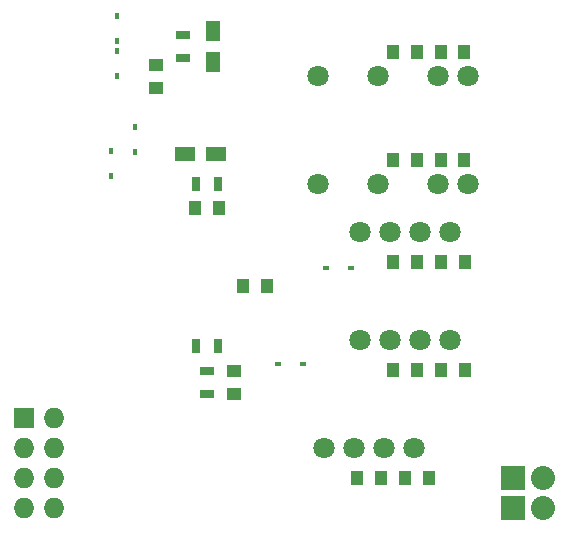
<source format=gbs>
G04 #@! TF.FileFunction,Soldermask,Bot*
%FSLAX46Y46*%
G04 Gerber Fmt 4.6, Leading zero omitted, Abs format (unit mm)*
G04 Created by KiCad (PCBNEW 4.0.1-3.201512221402+6198~38~ubuntu14.04.1-stable) date Wed 03 Feb 2016 12:10:06 GMT*
%MOMM*%
G01*
G04 APERTURE LIST*
%ADD10C,0.100000*%
%ADD11R,1.000000X1.250000*%
%ADD12R,1.800000X1.230000*%
%ADD13R,1.230000X1.800000*%
%ADD14C,1.800000*%
%ADD15R,0.700000X1.300000*%
%ADD16R,1.300000X0.700000*%
%ADD17R,2.032000X2.032000*%
%ADD18O,2.032000X2.032000*%
%ADD19R,1.727200X1.727200*%
%ADD20O,1.727200X1.727200*%
%ADD21R,0.590000X0.450000*%
%ADD22R,1.250000X1.000000*%
%ADD23R,0.450000X0.590000*%
G04 APERTURE END LIST*
D10*
D11*
X132096000Y-145288000D03*
X134096000Y-145288000D03*
X135144000Y-127000000D03*
X137144000Y-127000000D03*
X135144000Y-136144000D03*
X137144000Y-136144000D03*
X135144000Y-118364000D03*
X137144000Y-118364000D03*
X135144000Y-109220000D03*
X137144000Y-109220000D03*
D12*
X120182000Y-117856000D03*
X117562000Y-117856000D03*
D13*
X119888000Y-110022000D03*
X119888000Y-107402000D03*
D14*
X131826000Y-142748000D03*
X129286000Y-142748000D03*
X134366000Y-142748000D03*
X136906000Y-142748000D03*
X134874000Y-124460000D03*
X132334000Y-124460000D03*
X137414000Y-124460000D03*
X139954000Y-124460000D03*
X134874000Y-133604000D03*
X132334000Y-133604000D03*
X137414000Y-133604000D03*
X139954000Y-133604000D03*
X141478000Y-120396000D03*
X138938000Y-120396000D03*
X133858000Y-120396000D03*
X128778000Y-120396000D03*
X141478000Y-111252000D03*
X138938000Y-111252000D03*
X133858000Y-111252000D03*
X128778000Y-111252000D03*
D15*
X118430000Y-120396000D03*
X120330000Y-120396000D03*
D16*
X117348000Y-107762000D03*
X117348000Y-109662000D03*
D15*
X120330000Y-134112000D03*
X118430000Y-134112000D03*
D16*
X119380000Y-136210000D03*
X119380000Y-138110000D03*
D17*
X145288000Y-147828000D03*
D18*
X147828000Y-147828000D03*
D19*
X103886000Y-140208000D03*
D20*
X106426000Y-140208000D03*
X103886000Y-142748000D03*
X106426000Y-142748000D03*
X103886000Y-145288000D03*
X106426000Y-145288000D03*
X103886000Y-147828000D03*
X106426000Y-147828000D03*
D17*
X145288000Y-145288000D03*
D18*
X147828000Y-145288000D03*
D21*
X125437000Y-135636000D03*
X127547000Y-135636000D03*
X129501000Y-127508000D03*
X131611000Y-127508000D03*
D11*
X136160000Y-145288000D03*
X138160000Y-145288000D03*
X139224000Y-127000000D03*
X141224000Y-127000000D03*
X139224000Y-136144000D03*
X141224000Y-136144000D03*
X141192000Y-118364000D03*
X139192000Y-118364000D03*
X141192000Y-109220000D03*
X139192000Y-109220000D03*
X122460000Y-129032000D03*
X124460000Y-129032000D03*
D22*
X121666000Y-136176000D03*
X121666000Y-138176000D03*
D11*
X118396000Y-122428000D03*
X120396000Y-122428000D03*
D22*
X115062000Y-110268000D03*
X115062000Y-112268000D03*
D23*
X113284000Y-115531000D03*
X113284000Y-117641000D03*
X111760000Y-106133000D03*
X111760000Y-108243000D03*
X111252000Y-117563000D03*
X111252000Y-119673000D03*
X111760000Y-109142000D03*
X111760000Y-111252000D03*
M02*

</source>
